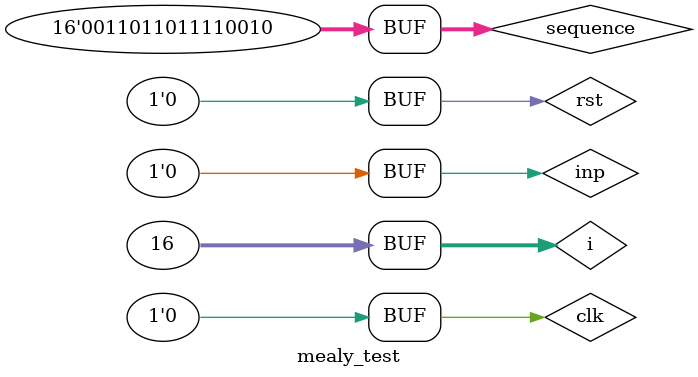
<source format=v>
module mealy_test;
reg clk, rst, inp;
wire outp;
reg[15:0] sequence;
integer i;
fsm duty( clk, rst, inp, outp);
initial
begin
clk = 0;
rst = 1;
sequence = 16'b0011_0110_1111_0010;
#5 rst = 0;
for( i = 0; i <= 15; i = i + 1)
begin
inp = sequence[i];
#2 clk = 1;
#2 clk = 0;
$display("State = ", duty.state, " Input = ", inp, ", Output = ",outp);
end
end
endmodule

</source>
